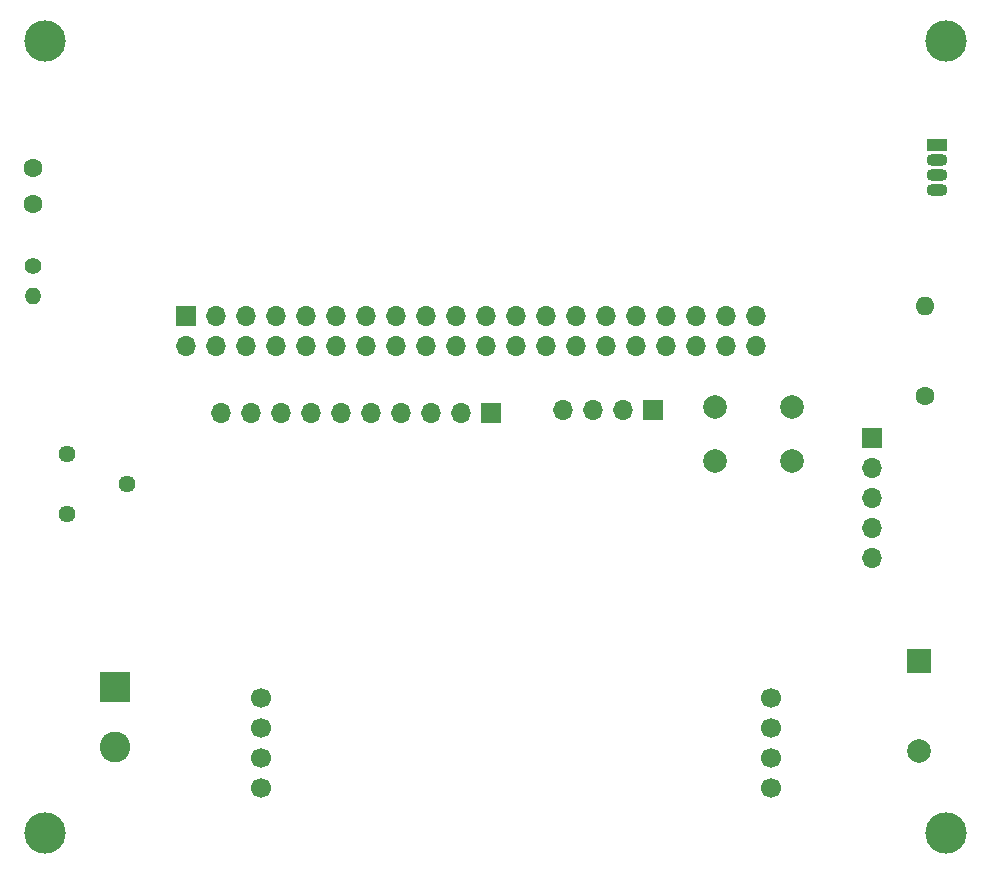
<source format=gbr>
%TF.GenerationSoftware,KiCad,Pcbnew,7.0.1-0*%
%TF.CreationDate,2023-12-26T23:08:58-03:00*%
%TF.ProjectId,rpizerow_kit_desarrollo,7270697a-6572-46f7-975f-6b69745f6465,2*%
%TF.SameCoordinates,Original*%
%TF.FileFunction,Copper,L1,Top*%
%TF.FilePolarity,Positive*%
%FSLAX46Y46*%
G04 Gerber Fmt 4.6, Leading zero omitted, Abs format (unit mm)*
G04 Created by KiCad (PCBNEW 7.0.1-0) date 2023-12-26 23:08:58*
%MOMM*%
%LPD*%
G01*
G04 APERTURE LIST*
%TA.AperFunction,ComponentPad*%
%ADD10O,1.600000X1.600000*%
%TD*%
%TA.AperFunction,ComponentPad*%
%ADD11C,1.600000*%
%TD*%
%TA.AperFunction,ComponentPad*%
%ADD12O,1.700000X1.700000*%
%TD*%
%TA.AperFunction,ComponentPad*%
%ADD13R,1.700000X1.700000*%
%TD*%
%TA.AperFunction,ComponentPad*%
%ADD14C,2.000000*%
%TD*%
%TA.AperFunction,ComponentPad*%
%ADD15R,2.000000X2.000000*%
%TD*%
%TA.AperFunction,ComponentPad*%
%ADD16C,1.440000*%
%TD*%
%TA.AperFunction,ComponentPad*%
%ADD17O,1.400000X1.400000*%
%TD*%
%TA.AperFunction,ComponentPad*%
%ADD18C,1.400000*%
%TD*%
%TA.AperFunction,ComponentPad*%
%ADD19R,2.600000X2.600000*%
%TD*%
%TA.AperFunction,ComponentPad*%
%ADD20C,2.600000*%
%TD*%
%TA.AperFunction,ComponentPad*%
%ADD21C,1.700000*%
%TD*%
%TA.AperFunction,ComponentPad*%
%ADD22R,1.800000X1.070000*%
%TD*%
%TA.AperFunction,ComponentPad*%
%ADD23O,1.800000X1.070000*%
%TD*%
%TA.AperFunction,ViaPad*%
%ADD24C,3.500000*%
%TD*%
%TA.AperFunction,Conductor*%
%ADD25C,0.300000*%
%TD*%
G04 APERTURE END LIST*
D10*
%TO.P,R6,2*%
%TO.N,+3.3V*%
X113985000Y-49650000D03*
D11*
%TO.P,R6,1*%
%TO.N,I{slash}O 13*%
X113985000Y-57270000D03*
%TD*%
D12*
%TO.P,ADC Externo,10,SCL*%
%TO.N,I2C SCL*%
X72147500Y-58717500D03*
%TO.P,ADC Externo,9,SDA*%
%TO.N,I2C SDA*%
X69607500Y-58717500D03*
D13*
%TO.P,ADC Externo,8,VDD*%
%TO.N,+3.3V*%
X77227500Y-58717500D03*
D12*
%TO.P,ADC Externo,7,AIN3*%
%TO.N,Net-(U1-AIN3)*%
X54367500Y-58717500D03*
%TO.P,ADC Externo,6,AIN2*%
%TO.N,Net-(J4-Pin_2)*%
X56907500Y-58717500D03*
%TO.P,ADC Externo,5,AIN1*%
%TO.N,Net-(U1-AIN1)*%
X59447500Y-58717500D03*
%TO.P,ADC Externo,4,AIN0*%
%TO.N,Net-(U1-AIN0)*%
X61987500Y-58717500D03*
%TO.P,ADC Externo,3,GND*%
%TO.N,GND*%
X74687500Y-58717500D03*
%TO.P,ADC Externo,2,ALERT/RDY*%
%TO.N,unconnected-(U1-ALERT{slash}RDY-Pad2)*%
X64527500Y-58717500D03*
%TO.P,ADC Externo,1,ADDR*%
%TO.N,GND*%
X67067500Y-58717500D03*
%TD*%
D14*
%TO.P,Buzzer,2,+*%
%TO.N,GND*%
X113485000Y-87260000D03*
D15*
%TO.P,Buzzer,1,-*%
%TO.N,I{slash}O 12*%
X113485000Y-79660000D03*
%TD*%
D16*
%TO.P,RV,3,3*%
%TO.N,GND*%
X41330000Y-62170000D03*
%TO.P,RV,2,2*%
%TO.N,Net-(U1-AIN3)*%
X46410000Y-64710000D03*
%TO.P,RV,1,1*%
%TO.N,+3.3V*%
X41330000Y-67250000D03*
%TD*%
D17*
%TO.P,NTC,2*%
%TO.N,Net-(U1-AIN1)*%
X38485000Y-48780000D03*
D18*
%TO.P,NTC,1*%
%TO.N,GND*%
X38485000Y-46240000D03*
%TD*%
D14*
%TO.P,SW,2*%
%TO.N,GND*%
X102735000Y-62710000D03*
X96235000Y-62710000D03*
%TO.P,SW,1*%
%TO.N,I{slash}O 13*%
X102735000Y-58210000D03*
X96235000Y-58210000D03*
%TD*%
D19*
%TO.P,J2,2,Pin_2*%
%TO.N,Net-(J4-Pin_2)*%
X45430000Y-81915000D03*
D20*
%TO.P,J2,1,Pin_1*%
%TO.N,GND*%
X45430000Y-86995000D03*
%TD*%
D21*
%TO.P,4-Digit LED Display,8*%
%TO.N,N/C*%
X100945000Y-82840000D03*
%TO.P,4-Digit LED Display,7*%
X100945000Y-85380000D03*
%TO.P,4-Digit LED Display,6*%
X100945000Y-87920000D03*
%TO.P,4-Digit LED Display,5*%
X100945000Y-90460000D03*
%TO.P,4-Digit LED Display,4,Pin_4*%
%TO.N,CLK*%
X57765000Y-82840000D03*
%TO.P,4-Digit LED Display,3,Pin_3*%
%TO.N,DIO*%
X57765000Y-85380000D03*
%TO.P,4-Digit LED Display,2,Pin_2*%
%TO.N,GND*%
X57765000Y-87920000D03*
%TO.P,4-Digit LED Display,1,Pin_1*%
%TO.N,+3.3V*%
X57765000Y-90460000D03*
%TD*%
D22*
%TO.P,RGB,4,RK*%
%TO.N,Net-(D1-RA)*%
X115000000Y-35980000D03*
D23*
%TO.P,RGB,3*%
%TO.N,Net-(D1-BA)*%
X115000000Y-37250000D03*
%TO.P,RGB,2*%
%TO.N,GND*%
X115000000Y-38520000D03*
%TO.P,RGB,1,BA*%
%TO.N,Net-(D1-GA)*%
X115000000Y-39790000D03*
%TD*%
D12*
%TO.P,BMP180,4,Pin_4*%
%TO.N,I2C SDA*%
X83365000Y-58460000D03*
%TO.P,BMP180,3,Pin_3*%
%TO.N,I2C SCL*%
X85905000Y-58460000D03*
%TO.P,BMP180,2,Pin_2*%
%TO.N,GND*%
X88445000Y-58460000D03*
D13*
%TO.P,BMP180,1,Pin_1*%
%TO.N,+3.3V*%
X90985000Y-58460000D03*
%TD*%
D12*
%TO.P,RPiZeroW,40,GPIO21*%
%TO.N,unconnected-(J1-GPIO21-Pad40)*%
X51445000Y-53000000D03*
D13*
%TO.P,RPiZeroW,39,GND*%
%TO.N,GND*%
X51445000Y-50460000D03*
D12*
%TO.P,RPiZeroW,38,GPIO20*%
%TO.N,unconnected-(J1-GPIO20-Pad38)*%
X53985000Y-53000000D03*
%TO.P,RPiZeroW,37,GPIO26*%
%TO.N,PWM 3*%
X53985000Y-50460000D03*
%TO.P,RPiZeroW,36,GPIO16*%
%TO.N,unconnected-(J1-GPIO16-Pad36)*%
X56525000Y-53000000D03*
%TO.P,RPiZeroW,35,GPIO19*%
%TO.N,PWM 2*%
X56525000Y-50460000D03*
%TO.P,RPiZeroW,34,GND*%
%TO.N,GND*%
X59065000Y-53000000D03*
%TO.P,RPiZeroW,33,GPIO13*%
%TO.N,PWM 1*%
X59065000Y-50460000D03*
%TO.P,RPiZeroW,32,GPIO12*%
%TO.N,CLK*%
X61605000Y-53000000D03*
%TO.P,RPiZeroW,31,GPIO06*%
%TO.N,unconnected-(J1-GPIO06-Pad31)*%
X61605000Y-50460000D03*
%TO.P,RPiZeroW,30,GND*%
%TO.N,GND*%
X64145000Y-53000000D03*
%TO.P,RPiZeroW,29,GPIO05*%
%TO.N,unconnected-(J1-GPIO05-Pad29)*%
X64145000Y-50460000D03*
%TO.P,RPiZeroW,28,ID_SC*%
%TO.N,unconnected-(J1-ID_SC-Pad28)*%
X66685000Y-53000000D03*
%TO.P,RPiZeroW,27,ID_SD*%
%TO.N,unconnected-(J1-ID_SD-Pad27)*%
X66685000Y-50460000D03*
%TO.P,RPiZeroW,26,GPIO07_SPI_CE1_N*%
%TO.N,unconnected-(J1-GPIO07_SPI_CE1_N-Pad26)*%
X69225000Y-53000000D03*
%TO.P,RPiZeroW,25,GND*%
%TO.N,GND*%
X69225000Y-50460000D03*
%TO.P,RPiZeroW,24,GPIO08_SPI_CE0_N*%
%TO.N,unconnected-(J1-GPIO08_SPI_CE0_N-Pad24)*%
X71765000Y-53000000D03*
%TO.P,RPiZeroW,23,GPIO11_SPI_CLK*%
%TO.N,unconnected-(J1-GPIO11_SPI_CLK-Pad23)*%
X71765000Y-50460000D03*
%TO.P,RPiZeroW,22,GPIO25*%
%TO.N,DIO*%
X74305000Y-53000000D03*
%TO.P,RPiZeroW,21,GPIO09_SPI_MISO*%
%TO.N,unconnected-(J1-GPIO09_SPI_MISO-Pad21)*%
X74305000Y-50460000D03*
%TO.P,RPiZeroW,20,GND*%
%TO.N,GND*%
X76845000Y-53000000D03*
%TO.P,RPiZeroW,19,GPIO10_SPI_MOSI*%
%TO.N,unconnected-(J1-GPIO10_SPI_MOSI-Pad19)*%
X76845000Y-50460000D03*
%TO.P,RPiZeroW,18,GPIO24*%
%TO.N,unconnected-(J1-GPIO24-Pad18)*%
X79385000Y-53000000D03*
%TO.P,RPiZeroW,17,3.3V*%
%TO.N,+3.3V*%
X79385000Y-50460000D03*
%TO.P,RPiZeroW,16,GPIO23*%
%TO.N,unconnected-(J1-GPIO23-Pad16)*%
X81925000Y-53000000D03*
%TO.P,RPiZeroW,15,GPIO22*%
%TO.N,I{slash}O 12*%
X81925000Y-50460000D03*
%TO.P,RPiZeroW,14,GND*%
%TO.N,GND*%
X84465000Y-53000000D03*
%TO.P,RPiZeroW,13,GPIO27*%
%TO.N,unconnected-(J1-GPIO27-Pad13)*%
X84465000Y-50460000D03*
%TO.P,RPiZeroW,12,GPIO18*%
%TO.N,I{slash}O 13*%
X87005000Y-53000000D03*
%TO.P,RPiZeroW,11,GPIO17*%
%TO.N,unconnected-(J1-GPIO17-Pad11)*%
X87005000Y-50460000D03*
%TO.P,RPiZeroW,10,GPIO15_RXD0*%
%TO.N,UART Rx*%
X89545000Y-53000000D03*
%TO.P,RPiZeroW,9,GND*%
%TO.N,GND*%
X89545000Y-50460000D03*
%TO.P,RPiZeroW,8,GPIO14_TXD0*%
%TO.N,UART Tx*%
X92085000Y-53000000D03*
%TO.P,RPiZeroW,7,GPIO04_GCLK*%
%TO.N,unconnected-(J1-GPIO04_GCLK-Pad7)*%
X92085000Y-50460000D03*
%TO.P,RPiZeroW,6,GND*%
%TO.N,GND*%
X94625000Y-53000000D03*
%TO.P,RPiZeroW,5,GPIO03_SCL1_I2C*%
%TO.N,I2C SCL*%
X94625000Y-50460000D03*
%TO.P,RPiZeroW,4,5V*%
%TO.N,unconnected-(J1-5V-Pad4)*%
X97165000Y-53000000D03*
%TO.P,RPiZeroW,3,GPIO02_SDA1_I2C*%
%TO.N,I2C SDA*%
X97165000Y-50460000D03*
%TO.P,RPiZeroW,2,5V*%
%TO.N,unconnected-(J1-5V-Pad2)*%
X99705000Y-53000000D03*
%TO.P,RPiZeroW,1,3.3V*%
%TO.N,+3.3V*%
X99705000Y-50460000D03*
%TD*%
%TO.P,UART-USB,5,Pin_5*%
%TO.N,unconnected-(J2-Pin_5-Pad5)*%
X109485000Y-71000000D03*
%TO.P,UART-USB,4,Pin_4*%
%TO.N,unconnected-(J2-Pin_4-Pad4)*%
X109485000Y-68460000D03*
%TO.P,UART-USB,3,Pin_3*%
%TO.N,UART Tx*%
X109485000Y-65920000D03*
%TO.P,UART-USB,2,Pin_2*%
%TO.N,UART Rx*%
X109485000Y-63380000D03*
D13*
%TO.P,UART-USB,1,Pin_1*%
%TO.N,GND*%
X109485000Y-60840000D03*
%TD*%
D11*
%TO.P,LDR,2*%
%TO.N,GND*%
X38485000Y-37960000D03*
%TO.P,LDR,1*%
%TO.N,Net-(U1-AIN0)*%
X38485000Y-40960000D03*
%TD*%
D24*
%TO.N,GND*%
X39500000Y-27200000D03*
X115800000Y-27200000D03*
X115800000Y-94200000D03*
X39500000Y-94200000D03*
%TD*%
D25*
%TO.N,I2C SDA*%
X83365000Y-58460000D02*
X83235000Y-58330000D01*
%TO.N,I2C SCL*%
X85905000Y-58460000D02*
X85805000Y-58360000D01*
%TD*%
M02*

</source>
